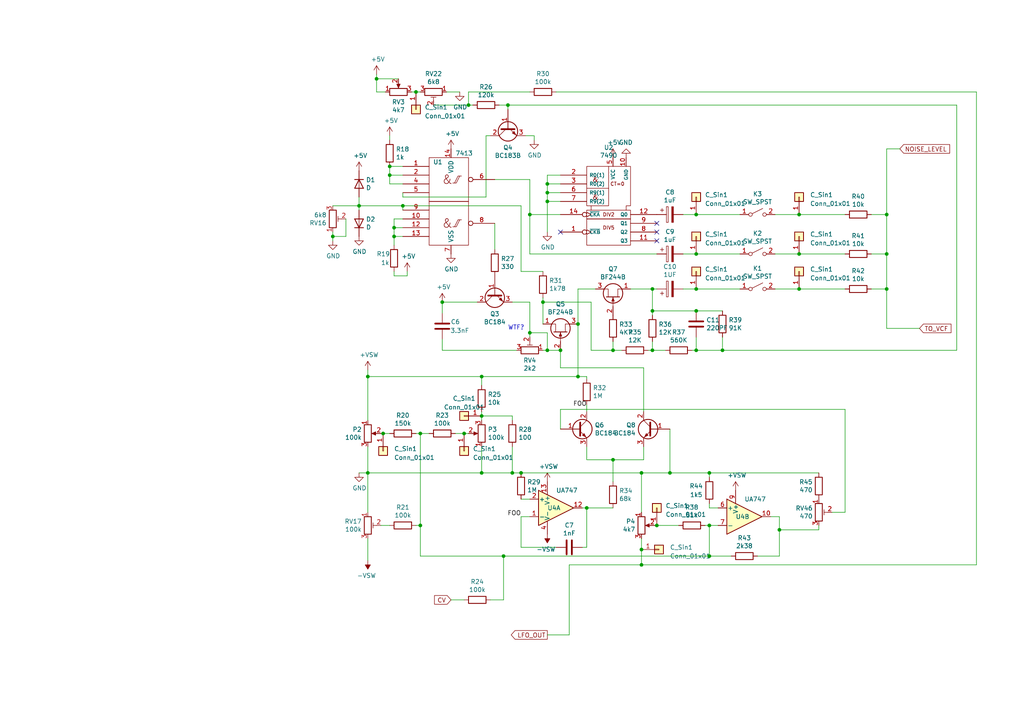
<source format=kicad_sch>
(kicad_sch (version 20230121) (generator eeschema)
  (paper "A4")
  (lib_symbols
    (symbol "Connector_Generic:Conn_01x01" (pin_names (offset 1.016) hide)
      (property "Reference" "J" (at 0 2.54 0))
      (property "Value" "Conn_01x01" (at 0 -2.54 0))
      (symbol "Conn_01x01_1_1"
        (rectangle (start -1.27 0.127) (end 0 -0.127) (stroke (width 0.1524)))
        (rectangle (start -1.27 1.27) (end 1.27 -1.27) (stroke (width 0.254)) (fill (type background)))
        (pin passive line (at -5.08 0 0) (length 3.81) (name "Pin_1") (number "1"))
      )
    )
    (symbol "Device:C" (pin_numbers hide) (pin_names (offset 0.254))
      (property "Reference" "C" (at 0.635 2.54 0))
      (property "Value" "C" (at 0.635 -2.54 0))
      (symbol "C_0_1"
        (polyline (pts (xy -2.032 -0.762) (xy 2.032 -0.762)) (stroke (width 0.508)))
        (polyline (pts (xy -2.032 0.762) (xy 2.032 0.762)) (stroke (width 0.508)))
      )
      (symbol "C_1_1"
        (pin passive line (at 0 3.81 270) (length 2.794) (name "~") (number "1"))
        (pin passive line (at 0 -3.81 90) (length 2.794) (name "~") (number "2"))
      )
    )
    (symbol "Device:D" (pin_numbers hide) (pin_names (offset 1.016) hide)
      (property "Reference" "D" (at 0 2.54 0))
      (property "Value" "D" (at 0 -2.54 0))
      (symbol "D_0_1"
        (polyline (pts (xy -1.27 1.27) (xy -1.27 -1.27)) (stroke (width 0.254)))
        (polyline (pts (xy 1.27 0) (xy -1.27 0)))
        (polyline (pts (xy 1.27 1.27) (xy 1.27 -1.27) (xy -1.27 0) (xy 1.27 1.27)) (stroke (width 0.254)))
      )
      (symbol "D_1_1"
        (pin passive line (at -3.81 0 0) (length 2.54) (name "K") (number "1"))
        (pin passive line (at 3.81 0 180) (length 2.54) (name "A") (number "2"))
      )
    )
    (symbol "Device:Q_NPN_BCE" (pin_names (offset 0) hide)
      (property "Reference" "Q" (at 5.08 1.27 0))
      (property "Value" "Q_NPN_BCE" (at 5.08 -1.27 0))
      (symbol "Q_NPN_BCE_0_1"
        (polyline (pts (xy 0.635 0.635) (xy 2.54 2.54)))
        (polyline (pts (xy 0.635 -0.635) (xy 2.54 -2.54) (xy 2.54 -2.54)))
        (polyline (pts (xy 0.635 1.905) (xy 0.635 -1.905) (xy 0.635 -1.905)) (stroke (width 0.508)))
        (polyline (pts (xy 1.27 -1.778) (xy 1.778 -1.27) (xy 2.286 -2.286) (xy 1.27 -1.778) (xy 1.27 -1.778)) (fill (type outline)))
        (circle (center 1.27 0) (radius 2.8194) (stroke (width 0.254)))
      )
      (symbol "Q_NPN_BCE_1_1"
        (pin input line (at -5.08 0 0) (length 5.715) (name "B") (number "1"))
        (pin passive line (at 2.54 5.08 270) (length 2.54) (name "C") (number "2"))
        (pin passive line (at 2.54 -5.08 90) (length 2.54) (name "E") (number "3"))
      )
    )
    (symbol "Device:R" (pin_numbers hide) (pin_names (offset 0))
      (property "Reference" "R" (at 2.032 0 90))
      (property "Value" "R" (at 0 0 90))
      (symbol "R_0_1"
        (rectangle (start -1.016 -2.54) (end 1.016 2.54) (stroke (width 0.254)))
      )
      (symbol "R_1_1"
        (pin passive line (at 0 3.81 270) (length 1.27) (name "~") (number "1"))
        (pin passive line (at 0 -3.81 90) (length 1.27) (name "~") (number "2"))
      )
    )
    (symbol "Switch:SW_SPST" (pin_names (offset 0) hide)
      (property "Reference" "SW" (at 0 3.175 0))
      (property "Value" "SW_SPST" (at 0 -2.54 0))
      (symbol "SW_SPST_0_0"
        (circle (center -2.032 0) (radius 0.508))
        (polyline (pts (xy -1.524 0.254) (xy 1.524 1.778)))
        (circle (center 2.032 0) (radius 0.508))
      )
      (symbol "SW_SPST_1_1"
        (pin passive line (at -5.08 0 0) (length 2.54) (name "A") (number "1"))
        (pin passive line (at 5.08 0 180) (length 2.54) (name "B") (number "2"))
      )
    )
    (symbol "Transistor_FET:BF244B" (pin_names hide)
      (property "Reference" "Q" (at 5.08 1.905 0))
      (property "Value" "BF244B" (at 5.08 0 0))
      (symbol "BF244B_0_1"
        (polyline (pts (xy 0.254 0) (xy -2.54 0)))
        (polyline (pts (xy 0.254 1.905) (xy 0.254 -1.905)) (stroke (width 0.254)))
        (polyline (pts (xy 2.54 -2.54) (xy 2.54 -1.397) (xy 0.254 -1.397)))
        (polyline (pts (xy 2.54 2.54) (xy 2.54 1.397) (xy 0.254 1.397)))
        (polyline (pts (xy 0 0) (xy -1.016 0.381) (xy -1.016 -0.381) (xy 0 0)) (fill (type outline)))
        (circle (center 1.27 0) (radius 2.8194) (stroke (width 0.254)))
      )
      (symbol "BF244B_1_1"
        (pin passive line (at 2.54 5.08 270) (length 2.54) (name "D") (number "1"))
        (pin input line (at -5.08 0 0) (length 2.54) (name "G") (number "2"))
        (pin passive line (at 2.54 -5.08 90) (length 2.54) (name "S") (number "3"))
      )
    )
    (symbol "janel-panel-minimoog-rescue:CP-Device" (pin_numbers hide) (pin_names (offset 0.254))
      (property "Reference" "C" (at 0.635 2.54 0))
      (property "Value" "Device_CP" (at 0.635 -2.54 0))
      (symbol "CP-Device_0_1"
        (rectangle (start -2.286 0.508) (end 2.286 1.016))
        (polyline (pts (xy -1.778 2.286) (xy -0.762 2.286)))
        (polyline (pts (xy -1.27 2.794) (xy -1.27 1.778)))
        (rectangle (start 2.286 -0.508) (end -2.286 -1.016) (fill (type outline)))
      )
      (symbol "CP-Device_1_1"
        (pin passive line (at 0 3.81 270) (length 2.794) (name "~") (number "1"))
        (pin passive line (at 0 -3.81 90) (length 2.794) (name "~") (number "2"))
      )
    )
    (symbol "janel-panel-minimoog-rescue:R_POT-Device" (pin_names (offset 1.016) hide)
      (property "Reference" "RV" (at -4.445 0 90))
      (property "Value" "Device_R_POT" (at -2.54 0 90))
      (symbol "R_POT-Device_0_1"
        (polyline (pts (xy 2.54 0) (xy 1.524 0)))
        (polyline (pts (xy 1.143 0) (xy 2.286 0.508) (xy 2.286 -0.508) (xy 1.143 0)) (fill (type outline)))
        (rectangle (start 1.016 2.54) (end -1.016 -2.54) (stroke (width 0.254)))
      )
      (symbol "R_POT-Device_1_1"
        (pin passive line (at 0 3.81 270) (length 1.27) (name "1") (number "1"))
        (pin passive line (at 3.81 0 180) (length 1.27) (name "2") (number "2"))
        (pin passive line (at 0 -3.81 90) (length 1.27) (name "3") (number "3"))
      )
    )
    (symbol "janel-panel-minimoog-rescue:R_POT_TRIM-Device" (pin_names (offset 1.016) hide)
      (property "Reference" "RV" (at -4.445 0 90))
      (property "Value" "Device_R_POT_TRIM" (at -2.54 0 90))
      (symbol "R_POT_TRIM-Device_0_1"
        (polyline (pts (xy 1.524 0.762) (xy 1.524 -0.762)))
        (polyline (pts (xy 2.54 0) (xy 1.524 0)))
        (rectangle (start 1.016 2.54) (end -1.016 -2.54) (stroke (width 0.254)))
      )
      (symbol "R_POT_TRIM-Device_1_1"
        (pin passive line (at 0 3.81 270) (length 1.27) (name "1") (number "1"))
        (pin passive line (at 3.81 0 180) (length 1.27) (name "2") (number "2"))
        (pin passive line (at 0 -3.81 90) (length 1.27) (name "3") (number "3"))
      )
    )
    (symbol "janel-panel-minimoog-rescue:UA747-Amplifier_Operational" (pin_names (offset 0.127))
      (property "Reference" "U" (at 0 6.35 0))
      (property "Value" "UA747-Amplifier_Operational" (at 0 3.81 0))
      (symbol "UA747-Amplifier_Operational_0_1"
        (polyline (pts (xy -5.08 5.08) (xy 5.08 0) (xy -5.08 -5.08) (xy -5.08 5.08)) (stroke (width 0.254)) (fill (type background)))
      )
      (symbol "UA747-Amplifier_Operational_1_1"
        (pin input line (at -7.62 -2.54 0) (length 2.54) (name "-") (number "1"))
        (pin output line (at 7.62 0 180) (length 2.54) (name "~") (number "12"))
        (pin power_in line (at -2.54 7.62 270) (length 3.81) (name "V+") (number "13"))
        (pin no_connect line (at 2.54 -7.62 90) (length 6.35) hide (name "Offset_1N1") (number "14"))
        (pin input line (at -7.62 2.54 0) (length 2.54) (name "+") (number "2"))
        (pin no_connect line (at 0 -7.62 90) (length 5.08) hide (name "Offset_1N2") (number "3"))
        (pin power_in line (at -2.54 -7.62 90) (length 3.81) (name "V-") (number "4"))
      )
      (symbol "UA747-Amplifier_Operational_2_1"
        (pin output line (at 7.62 0 180) (length 2.54) (name "~") (number "10"))
        (pin no_connect line (at -2.54 -7.62 90) (length 3.81) hide (name "NC") (number "11"))
        (pin no_connect line (at 0 -7.62 90) (length 5.08) hide (name "Offset_2N2") (number "5"))
        (pin input line (at -7.62 2.54 0) (length 2.54) (name "+") (number "6"))
        (pin input line (at -7.62 -2.54 0) (length 2.54) (name "-") (number "7"))
        (pin no_connect line (at 2.54 -7.62 90) (length 6.35) hide (name "Offset_2N1") (number "8"))
        (pin power_in line (at -2.54 7.62 270) (length 3.81) (name "V+") (number "9"))
      )
    )
    (symbol "janel-panel:7413" (pin_names (offset 0.762))
      (property "Reference" "U" (at 3.81 7.62 0))
      (property "Value" "7413" (at 2.54 -5.08 0))
      (symbol "7413_0_0"
        (polyline (pts (xy 0.508 -1.016) (xy 1.524 -1.016) (xy 2.54 1.016) (xy 3.048 1.016) (xy 2.032 1.016) (xy 1.016 -1.016) (xy 1.016 -1.016)))
        (text "&" (at -1.016 0 0) (effects (font (size 2.54 2.54))))
        (pin power_in line (at 0 8.89 270) (length 2.54) (name "VDD") (number "14"))
      )
      (symbol "7413_0_1"
        (rectangle (start -6.35 6.35) (end 5.08 -6.35))
      )
      (symbol "7413_1_1"
        (rectangle (start -6.35 -6.35) (end 5.08 -19.05))
        (polyline (pts (xy 0.508 -13.716) (xy 1.524 -13.716) (xy 2.54 -11.684) (xy 3.048 -11.684) (xy 2.032 -11.684) (xy 1.016 -13.716) (xy 1.016 -13.716)))
        (text "&" (at -1.016 -12.7 0) (effects (font (size 2.54 2.54))))
        (pin input line (at -13.97 3.81 0) (length 7.62) (name "~") (number "1"))
        (pin input line (at -13.97 -11.43 0) (length 7.62) (name "~") (number "10"))
        (pin input line (at -13.97 -13.97 0) (length 7.62) (name "~") (number "12"))
        (pin input line (at -13.97 -16.51 0) (length 7.62) (name "~") (number "13"))
        (pin input line (at -13.97 1.27 0) (length 7.62) (name "~") (number "2"))
        (pin input line (at -13.97 -1.27 0) (length 7.62) (name "~") (number "4"))
        (pin input line (at -13.97 -3.81 0) (length 7.62) (name "~") (number "5"))
        (pin output inverted (at 12.7 0 180) (length 7.62) (name "~") (number "6"))
        (pin power_in line (at 0 -21.59 90) (length 2.54) (name "VSS") (number "7"))
        (pin output inverted (at 12.7 -12.7 180) (length 7.62) (name "~") (number "8"))
        (pin input line (at -13.97 -8.89 0) (length 7.62) (name "~") (number "9"))
      )
    )
    (symbol "janel-panel:7490" (pin_names (offset 0.762))
      (property "Reference" "U" (at 8.89 15.24 0))
      (property "Value" "7490" (at 5.08 -2.54 0))
      (symbol "7490_0_0"
        (rectangle (start -6.35 6.35) (end 6.35 -1.27))
        (rectangle (start -6.35 8.89) (end 6.35 6.35))
        (polyline (pts (xy 0 15.24) (xy -6.35 15.24) (xy -6.35 15.24)))
        (polyline (pts (xy 0 21.59) (xy 0 15.24) (xy 0 15.24)))
        (polyline (pts (xy 0 15.24) (xy 0 10.16) (xy -5.08 10.16) (xy -5.08 10.16)))
        (polyline (pts (xy -5.08 8.89) (xy -5.08 10.16) (xy -6.35 10.16) (xy -6.35 21.59) (xy 6.35 21.59) (xy 6.35 10.16) (xy 5.08 10.16) (xy 5.08 8.89) (xy 5.08 8.89)))
        (text "&" (at -3.81 12.7 0) (effects (font (size 1.524 1.524))))
        (text "&" (at -3.81 17.78 0) (effects (font (size 1.524 1.524))))
        (text "CT=0" (at 2.54 16.51 0) (effects (font (size 1.016 1.016))))
        (text "DIV2" (at 0 7.62 0) (effects (font (size 1.016 1.016))))
        (text "DIV5" (at 0 3.81 0) (effects (font (size 1.016 1.016))))
        (pin input line (at 5.08 24.13 270) (length 2.54) (name "GND") (number "10"))
        (pin power_in line (at 1.27 24.13 270) (length 2.54) (name "VCC") (number "5"))
      )
      (symbol "7490_1_1"
        (pin input inverted_clock (at -13.97 2.54 0) (length 7.62) (name "~{CKB}") (number "1"))
        (pin output line (at 13.97 0 180) (length 7.62) (name "Q3") (number "11"))
        (pin output line (at 13.97 7.62 180) (length 7.62) (name "Q0") (number "12"))
        (pin input inverted_clock (at -13.97 7.62 0) (length 7.62) (name "~{CKA}") (number "14"))
        (pin input line (at -13.97 19.05 0) (length 7.62) (name "R0(1)") (number "2"))
        (pin input line (at -13.97 16.51 0) (length 7.62) (name "R0(2)") (number "3"))
        (pin input line (at -13.97 13.97 0) (length 7.62) (name "R9(1)") (number "6"))
        (pin input line (at -13.97 11.43 0) (length 7.62) (name "R9(2)") (number "7"))
        (pin output line (at 13.97 2.54 180) (length 7.62) (name "Q2") (number "8"))
        (pin output line (at 13.97 5.08 180) (length 7.62) (name "Q1") (number "9"))
      )
    )
    (symbol "power:+5V" (power) (pin_names (offset 0))
      (property "Value" "+5V" (at 0 3.556 0))
      (symbol "+5V_0_1"
        (polyline (pts (xy -0.762 1.27) (xy 0 2.54)))
        (polyline (pts (xy 0 0) (xy 0 2.54)))
        (polyline (pts (xy 0 2.54) (xy 0.762 1.27)))
      )
      (symbol "+5V_1_1"
        (pin power_in line (at 0 0 90) (length 0) hide (name "+5V") (number "1"))
      )
    )
    (symbol "power:+VSW" (power) (pin_names (offset 0))
      (property "Value" "+VSW" (at 0 3.556 0))
      (symbol "+VSW_0_1"
        (polyline (pts (xy -0.762 1.27) (xy 0 2.54)))
        (polyline (pts (xy 0 0) (xy 0 2.54)))
        (polyline (pts (xy 0 2.54) (xy 0.762 1.27)))
      )
      (symbol "+VSW_1_1"
        (pin power_in line (at 0 0 90) (length 0) hide (name "+VSW") (number "1"))
      )
    )
    (symbol "power:-VSW" (power) (pin_names (offset 0))
      (property "Value" "-VSW" (at 0 3.81 0))
      (symbol "-VSW_0_0"
        (pin power_in line (at 0 0 90) (length 0) hide (name "-VSW") (number "1"))
      )
      (symbol "-VSW_0_1"
        (polyline (pts (xy 0 0) (xy 0 1.27) (xy 0.762 1.27) (xy 0 2.54) (xy -0.762 1.27) (xy 0 1.27)) (fill (type outline)))
      )
    )
    (symbol "power:GND" (power) (pin_names (offset 0))
      (property "Value" "GND" (at 0 -3.81 0))
      (symbol "GND_0_1"
        (polyline (pts (xy 0 0) (xy 0 -1.27) (xy 1.27 -1.27) (xy 0 -2.54) (xy -1.27 -1.27) (xy 0 -1.27)))
      )
      (symbol "GND_1_1"
        (pin power_in line (at 0 0 270) (length 0) hide (name "GND") (number "1"))
      )
    )
  )
  (junction (at 201.93 83.82))
  (junction (at 139.7 137.16))
  (junction (at 114.3 66.04))
  (junction (at 205.74 152.4))
  (junction (at 121.92 125.73))
  (junction (at 201.93 90.17))
  (junction (at 116.84 59.69))
  (junction (at 114.3 68.58))
  (junction (at 186.055 163.83))
  (junction (at 109.22 22.86))
  (junction (at 121.92 152.4))
  (junction (at 189.23 90.17))
  (junction (at 177.8 101.6))
  (junction (at 158.75 55.88))
  (junction (at 153.67 96.52))
  (junction (at 113.03 50.8))
  (junction (at 106.68 109.22))
  (junction (at 205.74 161.29))
  (junction (at 257.175 83.82))
  (junction (at 139.7 109.22))
  (junction (at 231.775 83.82))
  (junction (at 257.175 73.66))
  (junction (at 189.23 83.82))
  (junction (at 201.93 73.66))
  (junction (at 146.05 161.29))
  (junction (at 177.8 133.35))
  (junction (at 148.59 137.16))
  (junction (at 139.7 120.65))
  (junction (at 162.56 101.6))
  (junction (at 158.75 101.6))
  (junction (at 205.74 137.16))
  (junction (at 158.75 53.34))
  (junction (at 151.13 137.16))
  (junction (at 186.055 159.385))
  (junction (at 113.03 48.26))
  (junction (at 96.52 68.58))
  (junction (at 167.64 93.98))
  (junction (at 120.65 26.67))
  (junction (at 170.18 147.32))
  (junction (at 147.32 30.48))
  (junction (at 167.64 109.22))
  (junction (at 201.93 101.6))
  (junction (at 128.27 87.63))
  (junction (at 190.5 152.4))
  (junction (at 226.06 153.67))
  (junction (at 201.93 62.23))
  (junction (at 157.48 87.63))
  (junction (at 209.55 101.6))
  (junction (at 231.775 62.23))
  (junction (at 194.31 137.16))
  (junction (at 106.68 137.16))
  (junction (at 134.62 125.73))
  (junction (at 153.67 62.23))
  (junction (at 189.23 101.6))
  (junction (at 111.125 125.73))
  (junction (at 257.175 62.23))
  (junction (at 104.14 59.69))
  (junction (at 231.775 73.66))
  (junction (at 158.75 58.42))
  (junction (at 186.055 137.16))
  (junction (at 135.89 30.48))
  (no_connect (at 190.5 64.77))
  (no_connect (at 190.5 69.85))
  (no_connect (at 162.56 67.31))
  (no_connect (at 190.5 67.31))
  (wire (pts (xy 153.67 52.07) (xy 153.67 62.23)))
  (wire (pts (xy 177.8 147.32) (xy 170.18 147.32)))
  (wire (pts (xy 189.23 101.6) (xy 187.96 101.6)))
  (wire (pts (xy 138.43 87.63) (xy 128.27 87.63)))
  (wire (pts (xy 226.06 153.67) (xy 226.06 161.29)))
  (wire (pts (xy 171.45 101.6) (xy 171.45 87.63)))
  (wire (pts (xy 121.92 26.67) (xy 120.65 26.67)))
  (wire (pts (xy 135.89 125.73) (xy 134.62 125.73)))
  (wire (pts (xy 110.49 125.73) (xy 111.125 125.73)))
  (wire (pts (xy 148.59 129.54) (xy 148.59 137.16)))
  (wire (pts (xy 118.11 80.01) (xy 114.3 80.01)))
  (wire (pts (xy 137.16 30.48) (xy 135.89 30.48)))
  (wire (pts (xy 134.62 173.99) (xy 130.81 173.99)))
  (wire (pts (xy 96.52 69.85) (xy 96.52 68.58)))
  (wire (pts (xy 226.06 153.67) (xy 226.06 149.86)))
  (wire (pts (xy 128.27 90.805) (xy 128.27 87.63)))
  (wire (pts (xy 205.74 138.43) (xy 205.74 137.16)))
  (wire (pts (xy 135.89 26.67) (xy 135.89 30.48)))
  (wire (pts (xy 162.56 118.745) (xy 245.11 118.745)))
  (wire (pts (xy 139.7 109.22) (xy 167.64 109.22)))
  (wire (pts (xy 114.3 68.58) (xy 114.3 66.04)))
  (wire (pts (xy 128.27 101.6) (xy 149.86 101.6)))
  (wire (pts (xy 231.775 73.66) (xy 224.79 73.66)))
  (wire (pts (xy 142.24 173.99) (xy 146.05 173.99)))
  (wire (pts (xy 133.35 26.67) (xy 129.54 26.67)))
  (wire (pts (xy 209.55 97.79) (xy 209.55 101.6)))
  (wire (pts (xy 116.84 50.8) (xy 113.03 50.8)))
  (wire (pts (xy 189.23 99.06) (xy 189.23 101.6)))
  (wire (pts (xy 260.985 43.18) (xy 257.175 43.18)))
  (wire (pts (xy 167.64 83.82) (xy 167.64 93.98)))
  (wire (pts (xy 194.31 124.46) (xy 194.31 137.16)))
  (wire (pts (xy 148.59 137.16) (xy 151.13 137.16)))
  (wire (pts (xy 153.67 62.23) (xy 162.56 62.23)))
  (wire (pts (xy 121.92 152.4) (xy 121.92 125.73)))
  (wire (pts (xy 231.775 83.82) (xy 224.79 83.82)))
  (wire (pts (xy 170.18 117.475) (xy 170.18 119.38)))
  (wire (pts (xy 241.3 148.59) (xy 245.11 148.59)))
  (wire (pts (xy 151.13 149.86) (xy 153.67 149.86)))
  (wire (pts (xy 134.62 125.73) (xy 132.08 125.73)))
  (wire (pts (xy 177.8 101.6) (xy 171.45 101.6)))
  (wire (pts (xy 106.68 156.21) (xy 106.68 162.56)))
  (wire (pts (xy 116.84 59.69) (xy 151.13 59.69)))
  (wire (pts (xy 170.18 109.22) (xy 167.64 109.22)))
  (wire (pts (xy 186.055 163.83) (xy 165.1 163.83)))
  (wire (pts (xy 257.175 83.82) (xy 257.175 95.25)))
  (wire (pts (xy 111.125 125.73) (xy 113.03 125.73)))
  (wire (pts (xy 205.74 161.29) (xy 205.74 152.4)))
  (wire (pts (xy 120.65 152.4) (xy 121.92 152.4)))
  (wire (pts (xy 113.03 53.34) (xy 113.03 50.8)))
  (wire (pts (xy 177.8 99.06) (xy 177.8 101.6)))
  (wire (pts (xy 205.74 147.32) (xy 208.28 147.32)))
  (wire (pts (xy 116.84 66.04) (xy 114.3 66.04)))
  (wire (pts (xy 245.11 62.23) (xy 231.775 62.23)))
  (wire (pts (xy 162.56 53.34) (xy 158.75 53.34)))
  (wire (pts (xy 186.055 159.385) (xy 186.055 163.83)))
  (wire (pts (xy 193.04 101.6) (xy 189.23 101.6)))
  (wire (pts (xy 154.94 40.64) (xy 154.94 39.37)))
  (wire (pts (xy 189.23 90.17) (xy 189.23 83.82)))
  (wire (pts (xy 162.56 118.745) (xy 162.56 124.46)))
  (wire (pts (xy 245.11 83.82) (xy 231.775 83.82)))
  (wire (pts (xy 116.84 57.15) (xy 140.97 57.15)))
  (wire (pts (xy 161.29 26.67) (xy 283.21 26.67)))
  (wire (pts (xy 106.68 109.22) (xy 106.68 121.92)))
  (wire (pts (xy 157.48 101.6) (xy 158.75 101.6)))
  (wire (pts (xy 257.175 73.66) (xy 257.175 62.23)))
  (wire (pts (xy 245.11 73.66) (xy 231.775 73.66)))
  (wire (pts (xy 116.84 60.96) (xy 116.84 59.69)))
  (wire (pts (xy 201.93 90.17) (xy 189.23 90.17)))
  (wire (pts (xy 226.06 153.67) (xy 237.49 153.67)))
  (wire (pts (xy 214.63 62.23) (xy 201.93 62.23)))
  (wire (pts (xy 231.775 62.23) (xy 224.79 62.23)))
  (wire (pts (xy 109.22 21.59) (xy 109.22 22.86)))
  (wire (pts (xy 115.57 22.86) (xy 109.22 22.86)))
  (wire (pts (xy 120.65 26.67) (xy 119.38 26.67)))
  (wire (pts (xy 139.7 119.38) (xy 139.7 120.65)))
  (wire (pts (xy 153.67 96.52) (xy 153.67 97.79)))
  (wire (pts (xy 96.52 59.69) (xy 104.14 59.69)))
  (wire (pts (xy 201.93 101.6) (xy 200.66 101.6)))
  (wire (pts (xy 146.05 161.29) (xy 205.74 161.29)))
  (wire (pts (xy 116.84 55.88) (xy 116.84 57.15)))
  (wire (pts (xy 237.49 152.4) (xy 237.49 153.67)))
  (wire (pts (xy 146.05 173.99) (xy 146.05 161.29)))
  (wire (pts (xy 170.18 109.22) (xy 170.18 109.855)))
  (wire (pts (xy 186.69 119.38) (xy 186.69 106.68)))
  (wire (pts (xy 151.13 59.69) (xy 151.13 78.74)))
  (wire (pts (xy 245.11 148.59) (xy 245.11 118.745)))
  (wire (pts (xy 148.59 121.92) (xy 148.59 120.65)))
  (wire (pts (xy 96.52 68.58) (xy 100.33 68.58)))
  (wire (pts (xy 186.69 133.35) (xy 177.8 133.35)))
  (wire (pts (xy 143.51 72.39) (xy 143.51 64.77)))
  (wire (pts (xy 257.175 95.25) (xy 266.7 95.25)))
  (wire (pts (xy 162.56 58.42) (xy 158.75 58.42)))
  (wire (pts (xy 165.1 163.83) (xy 165.1 184.15)))
  (wire (pts (xy 109.22 22.86) (xy 109.22 26.67)))
  (wire (pts (xy 118.11 78.74) (xy 118.11 80.01)))
  (wire (pts (xy 113.03 48.26) (xy 116.84 48.26)))
  (wire (pts (xy 128.27 98.425) (xy 128.27 101.6)))
  (wire (pts (xy 201.93 97.79) (xy 201.93 101.6)))
  (wire (pts (xy 186.055 156.21) (xy 186.055 159.385)))
  (wire (pts (xy 139.7 109.22) (xy 139.7 111.76)))
  (wire (pts (xy 158.75 50.8) (xy 162.56 50.8)))
  (wire (pts (xy 214.63 73.66) (xy 201.93 73.66)))
  (wire (pts (xy 151.13 78.74) (xy 157.48 78.74)))
  (wire (pts (xy 124.46 125.73) (xy 121.92 125.73)))
  (wire (pts (xy 139.7 137.16) (xy 148.59 137.16)))
  (wire (pts (xy 153.67 73.66) (xy 153.67 62.23)))
  (wire (pts (xy 190.5 73.66) (xy 153.67 73.66)))
  (wire (pts (xy 116.84 68.58) (xy 114.3 68.58)))
  (wire (pts (xy 106.68 109.22) (xy 139.7 109.22)))
  (wire (pts (xy 190.5 152.4) (xy 196.85 152.4)))
  (wire (pts (xy 153.67 87.63) (xy 153.67 96.52)))
  (wire (pts (xy 205.74 146.05) (xy 205.74 147.32)))
  (wire (pts (xy 257.175 83.82) (xy 252.73 83.82)))
  (wire (pts (xy 114.3 63.5) (xy 116.84 63.5)))
  (wire (pts (xy 157.48 93.98) (xy 157.48 87.63)))
  (wire (pts (xy 186.055 137.16) (xy 194.31 137.16)))
  (wire (pts (xy 170.18 147.32) (xy 168.91 147.32)))
  (wire (pts (xy 135.89 30.48) (xy 125.73 30.48)))
  (wire (pts (xy 153.67 26.67) (xy 135.89 26.67)))
  (wire (pts (xy 170.18 147.32) (xy 170.18 158.75)))
  (wire (pts (xy 157.48 87.63) (xy 157.48 86.36)))
  (wire (pts (xy 104.14 137.16) (xy 106.68 137.16)))
  (wire (pts (xy 140.97 39.37) (xy 142.24 39.37)))
  (wire (pts (xy 151.13 144.78) (xy 153.67 144.78)))
  (wire (pts (xy 201.93 62.23) (xy 198.12 62.23)))
  (wire (pts (xy 148.59 120.65) (xy 139.7 120.65)))
  (wire (pts (xy 214.63 83.82) (xy 201.93 83.82)))
  (wire (pts (xy 144.78 30.48) (xy 147.32 30.48)))
  (wire (pts (xy 100.33 68.58) (xy 100.33 63.5)))
  (wire (pts (xy 170.18 133.35) (xy 170.18 129.54)))
  (wire (pts (xy 186.055 137.16) (xy 186.055 148.59)))
  (wire (pts (xy 257.175 43.18) (xy 257.175 62.23)))
  (wire (pts (xy 106.68 137.16) (xy 139.7 137.16)))
  (wire (pts (xy 121.92 125.73) (xy 120.65 125.73)))
  (wire (pts (xy 158.75 101.6) (xy 162.56 101.6)))
  (wire (pts (xy 209.55 90.17) (xy 201.93 90.17)))
  (wire (pts (xy 257.175 62.23) (xy 252.73 62.23)))
  (wire (pts (xy 121.92 161.29) (xy 146.05 161.29)))
  (wire (pts (xy 106.68 148.59) (xy 106.68 137.16)))
  (wire (pts (xy 147.32 30.48) (xy 277.495 30.48)))
  (wire (pts (xy 277.495 101.6) (xy 209.55 101.6)))
  (wire (pts (xy 201.93 73.66) (xy 198.12 73.66)))
  (wire (pts (xy 257.175 73.66) (xy 257.175 83.82)))
  (wire (pts (xy 158.75 67.31) (xy 158.75 58.42)))
  (wire (pts (xy 106.68 107.315) (xy 106.68 109.22)))
  (wire (pts (xy 147.32 30.48) (xy 147.32 31.75)))
  (wire (pts (xy 189.23 91.44) (xy 189.23 90.17)))
  (wire (pts (xy 171.45 87.63) (xy 157.48 87.63)))
  (wire (pts (xy 153.67 96.52) (xy 158.75 96.52)))
  (wire (pts (xy 189.865 152.4) (xy 190.5 152.4)))
  (wire (pts (xy 110.49 152.4) (xy 113.03 152.4)))
  (wire (pts (xy 158.75 96.52) (xy 158.75 101.6)))
  (wire (pts (xy 189.23 83.82) (xy 190.5 83.82)))
  (wire (pts (xy 170.18 158.75) (xy 168.91 158.75)))
  (wire (pts (xy 154.94 39.37) (xy 152.4 39.37)))
  (wire (pts (xy 148.59 87.63) (xy 153.67 87.63)))
  (wire (pts (xy 113.03 40.64) (xy 113.03 39.37)))
  (wire (pts (xy 165.1 184.15) (xy 158.75 184.15)))
  (wire (pts (xy 167.64 93.98) (xy 167.64 109.22)))
  (wire (pts (xy 186.69 129.54) (xy 186.69 133.35)))
  (wire (pts (xy 121.92 152.4) (xy 121.92 161.29)))
  (wire (pts (xy 277.495 30.48) (xy 277.495 101.6)))
  (wire (pts (xy 201.93 83.82) (xy 198.12 83.82)))
  (wire (pts (xy 114.3 71.12) (xy 114.3 68.58)))
  (wire (pts (xy 113.03 50.8) (xy 113.03 48.26)))
  (wire (pts (xy 139.7 129.54) (xy 139.7 137.16)))
  (wire (pts (xy 257.175 73.66) (xy 252.73 73.66)))
  (wire (pts (xy 194.31 137.16) (xy 205.74 137.16)))
  (wire (pts (xy 143.51 52.07) (xy 153.67 52.07)))
  (wire (pts (xy 204.47 152.4) (xy 205.74 152.4)))
  (wire (pts (xy 172.72 83.82) (xy 167.64 83.82)))
  (wire (pts (xy 139.7 120.65) (xy 139.7 121.92)))
  (wire (pts (xy 158.75 55.88) (xy 158.75 53.34)))
  (wire (pts (xy 114.3 66.04) (xy 114.3 63.5)))
  (wire (pts (xy 114.3 80.01) (xy 114.3 78.74)))
  (wire (pts (xy 104.14 60.96) (xy 104.14 59.69)))
  (wire (pts (xy 205.74 152.4) (xy 208.28 152.4)))
  (wire (pts (xy 162.56 55.88) (xy 158.75 55.88)))
  (wire (pts (xy 162.56 106.68) (xy 162.56 101.6)))
  (wire (pts (xy 104.14 59.69) (xy 116.84 59.69)))
  (wire (pts (xy 151.13 137.16) (xy 186.055 137.16)))
  (wire (pts (xy 186.69 106.68) (xy 162.56 106.68)))
  (wire (pts (xy 158.75 53.34) (xy 158.75 50.8)))
  (wire (pts (xy 177.8 139.7) (xy 177.8 133.35)))
  (wire (pts (xy 116.84 53.34) (xy 113.03 53.34)))
  (wire (pts (xy 161.29 158.75) (xy 151.13 158.75)))
  (wire (pts (xy 106.68 129.54) (xy 106.68 137.16)))
  (wire (pts (xy 140.97 39.37) (xy 140.97 57.15)))
  (wire (pts (xy 186.055 163.83) (xy 283.21 163.83)))
  (wire (pts (xy 209.55 101.6) (xy 201.93 101.6)))
  (wire (pts (xy 151.13 158.75) (xy 151.13 149.86)))
  (wire (pts (xy 158.75 58.42) (xy 158.75 55.88)))
  (wire (pts (xy 177.8 133.35) (xy 170.18 133.35)))
  (wire (pts (xy 111.76 26.67) (xy 109.22 26.67)))
  (wire (pts (xy 205.74 137.16) (xy 237.49 137.16)))
  (wire (pts (xy 226.06 149.86) (xy 223.52 149.86)))
  (wire (pts (xy 104.14 57.15) (xy 104.14 59.69)))
  (wire (pts (xy 283.21 163.83) (xy 283.21 26.67)))
  (wire (pts (xy 212.09 161.29) (xy 205.74 161.29)))
  (wire (pts (xy 180.34 101.6) (xy 177.8 101.6)))
  (wire (pts (xy 182.88 83.82) (xy 189.23 83.82)))
  (wire (pts (xy 96.52 68.58) (xy 96.52 67.31)))
  (wire (pts (xy 226.06 161.29) (xy 219.71 161.29)))
  (text "WTF?" (at 147.32 95.885 0) (effects (font (size 1.27 1.27)) (justify left bottom)))
  (label "FOO" (at 170.18 118.11 180))
  (label "FOO" (at 151.13 149.86 180))
  (global_label "LFO_OUT" (shape output) (at 158.75 184.15 180) (property "Intersheetrefs" "${INTERSHEET_REFS}" (effects hide)))
  (global_label "CV" (shape input) (at 130.81 173.99 180) (property "Intersheetrefs" "${INTERSHEET_REFS}" (effects hide)))
  (global_label "TO_VCF" (shape input) (at 266.7 95.25 0) (property "Intersheetrefs" "${INTERSHEET_REFS}" (effects hide)))
  (global_label "NOISE_LEVEL" (shape input) (at 260.985 43.18 0) (property "Intersheetrefs" "${INTERSHEET_REFS}" (effects hide)))
  (symbol (lib_id "janel-panel-minimoog-rescue:R_POT-Device") (at 115.57 26.67 90) (unit 1) (on_board no)
    (property "Reference" "RV3" (at 115.57 29.591 90))
    (property "Value" "4k7" (at 115.57 31.9024 90))
    (property "Footprint" "Potentiometer_THT:Potentiometer_Bourns_3296W_Vertical" (effects hide))
  )
  (symbol (lib_id "power:+5V") (at 109.22 21.59 0) (unit 1)
    (property "Reference" "#PWR021" (effects hide))
    (property "Value" "+5V" (at 109.601 17.1958 0))
  )
  (symbol (lib_id "janel-panel-minimoog-rescue:R_POT_TRIM-Device") (at 125.73 26.67 270) (unit 1)
    (property "Reference" "RV22" (at 125.73 21.4122 90))
    (property "Value" "6k8" (at 125.73 23.7236 90))
    (property "Footprint" "Potentiometer_THT:Potentiometer_Bourns_3296W_Vertical" (effects hide))
  )
  (symbol (lib_id "power:GND") (at 133.35 26.67 0) (unit 1)
    (property "Reference" "#PWR023" (effects hide))
    (property "Value" "GND" (at 133.477 31.0642 0))
  )
  (symbol (lib_id "Device:R") (at 140.97 30.48 270) (unit 1)
    (property "Reference" "R26" (at 140.97 25.2222 90))
    (property "Value" "120k" (at 140.97 27.5336 90))
    (property "Footprint" "Resistor_THT:R_Axial_DIN0207_L6.3mm_D2.5mm_P15.24mm_Horizontal" (effects hide))
  )
  (symbol (lib_id "Device:R") (at 157.48 26.67 270) (unit 1)
    (property "Reference" "R30" (at 157.48 21.4122 90))
    (property "Value" "100k" (at 157.48 23.7236 90))
    (property "Footprint" "Resistor_THT:R_Axial_DIN0207_L6.3mm_D2.5mm_P15.24mm_Horizontal" (effects hide))
  )
  (symbol (lib_id "janel-panel:7413") (at 130.81 52.07 0) (unit 1)
    (property "Reference" "U1" (at 127 46.99 0))
    (property "Value" "7413" (at 134.62 44.45 0))
    (property "Footprint" "Package_DIP:DIP-14_W7.62mm_Socket_LongPads" (effects hide))
    (instances (project "janel-panel-minimoog" (path "" (reference "U1") (unit 1)) (path "" (reference "U3") (unit 1))))
  )
  (symbol (lib_id "Device:R") (at 113.03 44.45 0) (unit 1)
    (property "Reference" "R18" (at 114.808 43.2816 0) (effects (justify left)))
    (property "Value" "1k" (at 114.808 45.593 0) (effects (justify left)))
    (property "Footprint" "Resistor_THT:R_Axial_DIN0207_L6.3mm_D2.5mm_P15.24mm_Horizontal" (effects hide))
  )
  (symbol (lib_id "Device:R") (at 114.3 74.93 0) (unit 1)
    (property "Reference" "R19" (at 109.22 73.66 0) (effects (justify left)))
    (property "Value" "1k" (at 110.49 76.2 0) (effects (justify left)))
    (property "Footprint" "Resistor_THT:R_Axial_DIN0207_L6.3mm_D2.5mm_P15.24mm_Horizontal" (effects hide))
  )
  (symbol (lib_id "janel-panel:7490") (at 176.53 69.85 0) (unit 1)
    (property "Reference" "U2" (at 176.53 42.7736 0))
    (property "Value" "7490" (at 176.53 45.085 0))
    (property "Footprint" "Package_DIP:DIP-14_W7.62mm_Socket_LongPads" (effects hide))
    (instances (project "janel-panel-minimoog" (path "" (reference "U2") (unit 1)) (path "" (reference "U5") (unit 1))))
  )
  (symbol (lib_id "power:GND") (at 158.75 67.31 0) (unit 1)
    (property "Reference" "#PWR025" (effects hide))
    (property "Value" "GND" (at 158.877 71.7042 0))
  )
  (symbol (lib_id "janel-panel-minimoog-rescue:CP-Device") (at 194.31 62.23 90) (mirror x) (unit 1)
    (property "Reference" "C8" (at 194.31 55.753 90))
    (property "Value" "1uF" (at 194.31 58.0644 90))
    (property "Footprint" "Capacitor_THT:CP_Radial_D6.3mm_P2.50mm" (effects hide))
  )
  (symbol (lib_id "Switch:SW_SPST") (at 219.71 62.23 0) (unit 1) (on_board no)
    (property "Reference" "K3" (at 219.71 56.261 0))
    (property "Value" "SW_SPST" (at 219.71 58.5724 0))
    (property "Footprint" "Connector_PinSocket_2.54mm:PinSocket_1x03_P2.54mm_Vertical" (effects hide))
  )
  (symbol (lib_id "Device:R") (at 248.92 62.23 270) (unit 1)
    (property "Reference" "R40" (at 248.92 56.9722 90))
    (property "Value" "10k" (at 248.92 59.2836 90))
    (property "Footprint" "Resistor_THT:R_Axial_DIN0207_L6.3mm_D2.5mm_P15.24mm_Horizontal" (effects hide))
  )
  (symbol (lib_id "Switch:SW_SPST") (at 219.71 73.66 0) (unit 1) (on_board no)
    (property "Reference" "K2" (at 219.71 67.691 0))
    (property "Value" "SW_SPST" (at 219.71 70.0024 0))
    (property "Footprint" "Connector_PinSocket_2.54mm:PinSocket_1x03_P2.54mm_Vertical" (effects hide))
  )
  (symbol (lib_id "Switch:SW_SPST") (at 219.71 83.82 0) (unit 1) (on_board no)
    (property "Reference" "K1" (at 219.71 77.851 0))
    (property "Value" "SW_SPST" (at 219.71 80.1624 0))
    (property "Footprint" "Connector_PinSocket_2.54mm:PinSocket_1x03_P2.54mm_Vertical" (effects hide))
  )
  (symbol (lib_id "Device:R") (at 248.92 73.66 270) (unit 1)
    (property "Reference" "R41" (at 248.92 68.4022 90))
    (property "Value" "10k" (at 248.92 70.7136 90))
    (property "Footprint" "Resistor_THT:R_Axial_DIN0207_L6.3mm_D2.5mm_P15.24mm_Horizontal" (effects hide))
  )
  (symbol (lib_id "Device:R") (at 248.92 83.82 270) (unit 1)
    (property "Reference" "R42" (at 248.92 78.5622 90))
    (property "Value" "10k" (at 248.92 80.8736 90))
    (property "Footprint" "Resistor_THT:R_Axial_DIN0207_L6.3mm_D2.5mm_P15.24mm_Horizontal" (effects hide))
  )
  (symbol (lib_id "Device:R") (at 143.51 76.2 0) (unit 1)
    (property "Reference" "R27" (at 145.288 75.0316 0) (effects (justify left)))
    (property "Value" "330" (at 145.288 77.343 0) (effects (justify left)))
    (property "Footprint" "Resistor_THT:R_Axial_DIN0207_L6.3mm_D2.5mm_P15.24mm_Horizontal" (effects hide))
  )
  (symbol (lib_id "Device:Q_NPN_BCE") (at 143.51 85.09 90) (mirror x) (unit 1)
    (property "Reference" "Q3" (at 143.51 91.059 90))
    (property "Value" "BC184" (at 143.51 93.3704 90))
    (property "Footprint" "Package_TO_SOT_THT:TO-92L_Inline_Wide" (effects hide))
  )
  (symbol (lib_id "Device:C") (at 128.27 94.615 180) (unit 1)
    (property "Reference" "C6" (at 132.08 93.345 0))
    (property "Value" "3.3nF" (at 133.35 95.885 0))
    (property "Footprint" "Capacitor_THT:C_Disc_D5.0mm_W2.5mm_P5.00mm" (effects hide))
  )
  (symbol (lib_id "janel-panel-minimoog-rescue:R_POT_TRIM-Device") (at 153.67 101.6 270) (mirror x) (unit 1)
    (property "Reference" "RV4" (at 153.67 104.521 90))
    (property "Value" "2k2" (at 153.67 106.8324 90))
    (property "Footprint" "Potentiometer_THT:Potentiometer_Bourns_3296W_Vertical" (effects hide))
  )
  (symbol (lib_id "Transistor_FET:BF244B") (at 162.56 96.52 90) (unit 1)
    (property "Reference" "Q5" (at 162.56 88.1888 90))
    (property "Value" "BF244B" (at 162.56 90.5002 90))
    (property "Footprint" "Package_TO_SOT_THT:TO-92L_Inline_Wide" (effects hide))
    (property "Datasheet" "http://www.fairchildsemi.com/ds/BF/BF244A.pdf" (effects hide))
  )
  (symbol (lib_id "Transistor_FET:BF244B") (at 177.8 86.36 270) (mirror x) (unit 1)
    (property "Reference" "Q7" (at 177.8 78.0288 90))
    (property "Value" "BF244B" (at 177.8 80.3402 90))
    (property "Footprint" "Package_TO_SOT_THT:TO-92L_Inline_Wide" (effects hide))
    (property "Datasheet" "http://www.fairchildsemi.com/ds/BF/BF244A.pdf" (effects hide))
  )
  (symbol (lib_id "janel-panel-minimoog-rescue:R_POT_TRIM-Device") (at 96.52 63.5 0) (mirror x) (unit 1)
    (property "Reference" "RV16" (at 94.742 64.6684 0) (effects (justify right)))
    (property "Value" "6k8" (at 94.742 62.357 0) (effects (justify right)))
    (property "Footprint" "Potentiometer_THT:Potentiometer_Bourns_3296W_Vertical" (effects hide))
  )
  (symbol (lib_id "power:GND") (at 96.52 69.85 0) (unit 1)
    (property "Reference" "#PWR016" (effects hide))
    (property "Value" "GND" (at 96.647 74.2442 0))
  )
  (symbol (lib_id "power:GND") (at 104.14 68.58 0) (unit 1)
    (property "Reference" "#PWR018" (effects hide))
    (property "Value" "GND" (at 104.267 72.9742 0))
  )
  (symbol (lib_id "Device:D") (at 104.14 64.77 90) (unit 1)
    (property "Reference" "D2" (at 106.1466 63.6016 90) (effects (justify right)))
    (property "Value" "D" (at 106.1466 65.913 90) (effects (justify right)))
    (property "Footprint" "Diode_THT:D_A-405_P10.16mm_Horizontal" (effects hide))
  )
  (symbol (lib_id "Device:D") (at 104.14 53.34 270) (unit 1)
    (property "Reference" "D1" (at 106.1466 52.1716 90) (effects (justify left)))
    (property "Value" "D" (at 106.1466 54.483 90) (effects (justify left)))
    (property "Footprint" "Diode_THT:D_A-405_P10.16mm_Horizontal" (effects hide))
  )
  (symbol (lib_id "power:+5V") (at 104.14 49.53 0) (unit 1)
    (property "Reference" "#PWR017" (effects hide))
    (property "Value" "+5V" (at 104.521 45.1358 0))
  )
  (symbol (lib_id "Device:Q_NPN_BCE") (at 147.32 36.83 90) (mirror x) (unit 1)
    (property "Reference" "Q4" (at 147.32 42.799 90))
    (property "Value" "BC183B" (at 147.32 45.1104 90))
    (property "Footprint" "Package_TO_SOT_THT:TO-92L_Inline_Wide" (effects hide))
  )
  (symbol (lib_id "Device:R") (at 157.48 82.55 0) (unit 1)
    (property "Reference" "R31" (at 159.258 81.3816 0) (effects (justify left)))
    (property "Value" "1k78" (at 159.258 83.693 0) (effects (justify left)))
    (property "Footprint" "Resistor_THT:R_Axial_DIN0207_L6.3mm_D2.5mm_P15.24mm_Horizontal" (effects hide))
  )
  (symbol (lib_id "power:GND") (at 154.94 40.64 0) (unit 1)
    (property "Reference" "#PWR024" (effects hide))
    (property "Value" "GND" (at 155.067 45.0342 0))
  )
  (symbol (lib_id "janel-panel-minimoog-rescue:CP-Device") (at 194.31 73.66 90) (mirror x) (unit 1)
    (property "Reference" "C9" (at 194.31 67.183 90))
    (property "Value" "1uF" (at 194.31 69.4944 90))
    (property "Footprint" "Capacitor_THT:CP_Radial_D8.0mm_P5.00mm" (effects hide))
  )
  (symbol (lib_id "janel-panel-minimoog-rescue:CP-Device") (at 194.31 83.82 90) (unit 1)
    (property "Reference" "C10" (at 194.31 77.343 90))
    (property "Value" "1UF" (at 194.31 79.6544 90))
    (property "Footprint" "Capacitor_THT:CP_Radial_D6.3mm_P2.50mm" (effects hide))
  )
  (symbol (lib_id "Device:R") (at 177.8 95.25 0) (unit 1)
    (property "Reference" "R33" (at 179.578 94.0816 0) (effects (justify left)))
    (property "Value" "4K7" (at 179.578 96.393 0) (effects (justify left)))
    (property "Footprint" "Resistor_THT:R_Axial_DIN0207_L6.3mm_D2.5mm_P15.24mm_Horizontal" (effects hide))
  )
  (symbol (lib_id "Device:R") (at 184.15 101.6 270) (unit 1)
    (property "Reference" "R35" (at 184.15 96.3422 90))
    (property "Value" "12K" (at 184.15 98.6536 90))
    (property "Footprint" "Resistor_THT:R_Axial_DIN0207_L6.3mm_D2.5mm_P15.24mm_Horizontal" (effects hide))
  )
  (symbol (lib_id "Device:R") (at 196.85 101.6 270) (unit 1)
    (property "Reference" "R37" (at 196.85 96.3422 90))
    (property "Value" "560K" (at 196.85 98.6536 90))
    (property "Footprint" "Resistor_THT:R_Axial_DIN0207_L6.3mm_D2.5mm_P15.24mm_Horizontal" (effects hide))
  )
  (symbol (lib_id "Device:R") (at 189.23 95.25 0) (unit 1)
    (property "Reference" "R36" (at 191.008 94.0816 0) (effects (justify left)))
    (property "Value" "12K" (at 191.008 96.393 0) (effects (justify left)))
    (property "Footprint" "Resistor_THT:R_Axial_DIN0207_L6.3mm_D2.5mm_P15.24mm_Horizontal" (effects hide))
  )
  (symbol (lib_id "Device:C") (at 201.93 93.98 0) (unit 1)
    (property "Reference" "C11" (at 204.851 92.8116 0) (effects (justify left)))
    (property "Value" "220PF" (at 204.851 95.123 0) (effects (justify left)))
    (property "Footprint" "Capacitor_THT:C_Disc_D5.0mm_W2.5mm_P5.00mm" (effects hide))
  )
  (symbol (lib_id "Device:R") (at 209.55 93.98 0) (unit 1)
    (property "Reference" "R39" (at 211.328 92.8116 0) (effects (justify left)))
    (property "Value" "91K" (at 211.328 95.123 0) (effects (justify left)))
    (property "Footprint" "Resistor_THT:R_Axial_DIN0207_L6.3mm_D2.5mm_P15.24mm_Horizontal" (effects hide))
  )
  (symbol (lib_id "power:+VSW") (at 106.68 107.315 0) (unit 1)
    (property "Reference" "#PWR022" (effects hide))
    (property "Value" "+VSW" (at 107.061 102.9208 0))
  )
  (symbol (lib_id "power:-VSW") (at 106.68 162.56 180) (unit 1)
    (property "Reference" "#PWR020" (effects hide))
    (property "Value" "-VSW" (at 106.299 166.9542 0))
  )
  (symbol (lib_id "power:GND") (at 104.14 137.16 0) (unit 1)
    (property "Reference" "#PWR019" (effects hide))
    (property "Value" "GND" (at 104.267 141.5542 0))
  )
  (symbol (lib_id "janel-panel-minimoog-rescue:R_POT-Device") (at 106.68 125.73 0) (unit 1) (on_board no)
    (property "Reference" "P2" (at 104.9274 124.5616 0) (effects (justify right)))
    (property "Value" "100k" (at 104.9274 126.873 0) (effects (justify right)))
    (property "Footprint" "Connector_PinSocket_2.54mm:PinSocket_1x03_P2.54mm_Vertical" (effects hide))
  )
  (symbol (lib_id "Device:R") (at 116.84 125.73 270) (unit 1)
    (property "Reference" "R20" (at 116.84 120.4722 90))
    (property "Value" "150k" (at 116.84 122.7836 90))
    (property "Footprint" "Resistor_THT:R_Axial_DIN0207_L6.3mm_D2.5mm_P15.24mm_Horizontal" (effects hide))
  )
  (symbol (lib_id "janel-panel-minimoog-rescue:R_POT_TRIM-Device") (at 106.68 152.4 0) (unit 1)
    (property "Reference" "RV17" (at 104.9274 151.2316 0) (effects (justify right)))
    (property "Value" "100k" (at 104.9274 153.543 0) (effects (justify right)))
    (property "Footprint" "Potentiometer_THT:Potentiometer_Bourns_3296W_Vertical" (effects hide))
  )
  (symbol (lib_id "Device:R") (at 116.84 152.4 270) (unit 1)
    (property "Reference" "R21" (at 116.84 147.1422 90))
    (property "Value" "100k" (at 116.84 149.4536 90))
    (property "Footprint" "Resistor_THT:R_Axial_DIN0207_L6.3mm_D2.5mm_P15.24mm_Horizontal" (effects hide))
  )
  (symbol (lib_id "Device:R") (at 139.7 115.57 0) (unit 1)
    (property "Reference" "R25" (at 141.478 114.4016 0) (effects (justify left)))
    (property "Value" "10k" (at 141.478 116.713 0) (effects (justify left)))
    (property "Footprint" "Resistor_THT:R_Axial_DIN0207_L6.3mm_D2.5mm_P15.24mm_Horizontal" (effects hide))
  )
  (symbol (lib_id "janel-panel-minimoog-rescue:R_POT-Device") (at 139.7 125.73 180) (unit 1) (on_board no)
    (property "Reference" "P3" (at 141.478 124.5616 0) (effects (justify right)))
    (property "Value" "100k" (at 141.478 126.873 0) (effects (justify right)))
    (property "Footprint" "Connector_PinSocket_2.54mm:PinSocket_1x03_P2.54mm_Vertical" (effects hide))
  )
  (symbol (lib_id "Device:R") (at 128.27 125.73 270) (unit 1)
    (property "Reference" "R23" (at 128.27 120.4722 90))
    (property "Value" "100k" (at 128.27 122.7836 90))
    (property "Footprint" "Resistor_THT:R_Axial_DIN0207_L6.3mm_D2.5mm_P15.24mm_Horizontal" (effects hide))
  )
  (symbol (lib_id "Device:R") (at 148.59 125.73 0) (unit 1)
    (property "Reference" "R28" (at 150.368 124.5616 0) (effects (justify left)))
    (property "Value" "100" (at 150.368 126.873 0) (effects (justify left)))
    (property "Footprint" "Resistor_THT:R_Axial_DIN0207_L6.3mm_D2.5mm_P15.24mm_Horizontal" (effects hide))
  )
  (symbol (lib_id "Device:R") (at 170.18 113.665 0) (unit 1)
    (property "Reference" "R32" (at 171.958 112.4966 0) (effects (justify left)))
    (property "Value" "1M" (at 171.958 114.808 0) (effects (justify left)))
    (property "Footprint" "Resistor_THT:R_Axial_DIN0207_L6.3mm_D2.5mm_P15.24mm_Horizontal" (effects hide))
  )
  (symbol (lib_id "Device:Q_NPN_BCE") (at 167.64 124.46 0) (unit 1)
    (property "Reference" "Q6" (at 172.4914 123.2916 0) (effects (justify left)))
    (property "Value" "BC184" (at 172.4914 125.603 0) (effects (justify left)))
    (property "Footprint" "Package_TO_SOT_THT:TO-92L_Inline_Wide" (effects hide))
  )
  (symbol (lib_id "Device:Q_NPN_BCE") (at 189.23 124.46 0) (mirror y) (unit 1)
    (property "Reference" "Q8" (at 184.3786 123.2916 0) (effects (justify left)))
    (property "Value" "BC184" (at 184.3786 125.603 0) (effects (justify left)))
    (property "Footprint" "Package_TO_SOT_THT:TO-92L_Inline_Wide" (effects hide))
  )
  (symbol (lib_id "janel-panel-minimoog-rescue:UA747-Amplifier_Operational") (at 161.29 147.32 0) (unit 1)
    (property "Reference" "U4" (at 158.75 147.32 0) (effects (justify left)))
    (property "Value" "UA747" (at 161.29 142.24 0) (effects (justify left)))
    (property "Footprint" "Package_DIP:DIP-14_W7.62mm_Socket_LongPads" (effects hide))
    (property "Datasheet" "https://www.ti.com/lit/ds/symlink/ua747.pdf" (effects hide))
    (instances (project "janel-panel-minimoog" (path "" (reference "U4") (unit 1)) (path "" (reference "U?") (unit 1))))
  )
  (symbol (lib_id "janel-panel-minimoog-rescue:UA747-Amplifier_Operational") (at 215.9 149.86 0) (unit 2)
    (property "Reference" "U4" (at 213.36 149.86 0) (effects (justify left)))
    (property "Value" "UA747" (at 215.9 144.78 0) (effects (justify left)))
    (property "Footprint" "Package_DIP:DIP-14_W7.62mm_Socket_LongPads" (effects hide))
    (property "Datasheet" "https://www.ti.com/lit/ds/symlink/ua747.pdf" (effects hide))
    (instances (project "janel-panel-minimoog" (path "" (reference "U4") (unit 2)) (path "" (reference "U?") (unit 2))))
  )
  (symbol (lib_id "Device:C") (at 165.1 158.75 270) (unit 1)
    (property "Reference" "C7" (at 165.1 152.3492 90))
    (property "Value" "1nF" (at 165.1 154.6606 90))
    (property "Footprint" "Capacitor_THT:C_Disc_D5.0mm_W2.5mm_P5.00mm" (effects hide))
  )
  (symbol (lib_id "Device:R") (at 177.8 143.51 0) (unit 1)
    (property "Reference" "R34" (at 179.578 142.3416 0) (effects (justify left)))
    (property "Value" "68k" (at 179.578 144.653 0) (effects (justify left)))
    (property "Footprint" "Resistor_THT:R_Axial_DIN0207_L6.3mm_D2.5mm_P15.24mm_Horizontal" (effects hide))
  )
  (symbol (lib_id "Device:R") (at 215.9 161.29 270) (unit 1)
    (property "Reference" "R43" (at 215.9 156.0322 90))
    (property "Value" "2k38" (at 215.9 158.3436 90))
    (property "Footprint" "Resistor_THT:R_Axial_DIN0207_L6.3mm_D2.5mm_P15.24mm_Horizontal" (effects hide))
  )
  (symbol (lib_id "Device:R") (at 205.74 142.24 0) (unit 1)
    (property "Reference" "R44" (at 201.93 140.97 0))
    (property "Value" "1k5" (at 201.93 143.51 0))
    (property "Footprint" "Resistor_THT:R_Axial_DIN0207_L6.3mm_D2.5mm_P15.24mm_Horizontal" (effects hide))
  )
  (symbol (lib_id "Device:R") (at 151.13 140.97 180) (unit 1)
    (property "Reference" "R29" (at 152.908 139.8016 0) (effects (justify right)))
    (property "Value" "1M" (at 152.908 142.113 0) (effects (justify right)))
    (property "Footprint" "Resistor_THT:R_Axial_DIN0207_L6.3mm_D2.5mm_P15.24mm_Horizontal" (effects hide))
  )
  (symbol (lib_id "Device:R") (at 200.66 152.4 270) (unit 1)
    (property "Reference" "R38" (at 200.66 147.1422 90))
    (property "Value" "51k" (at 200.66 149.4536 90))
    (property "Footprint" "Resistor_THT:R_Axial_DIN0207_L6.3mm_D2.5mm_P15.24mm_Horizontal" (effects hide))
  )
  (symbol (lib_id "janel-panel-minimoog-rescue:R_POT-Device") (at 186.055 152.4 0) (unit 1) (on_board no)
    (property "Reference" "P4" (at 184.277 151.2316 0) (effects (justify right)))
    (property "Value" "4k7" (at 184.277 153.543 0) (effects (justify right)))
    (property "Footprint" "Connector_PinSocket_2.54mm:PinSocket_1x03_P2.54mm_Vertical" (effects hide))
  )
  (symbol (lib_id "Device:R") (at 237.49 140.97 0) (mirror y) (unit 1)
    (property "Reference" "R45" (at 235.712 139.8016 0) (effects (justify left)))
    (property "Value" "470" (at 235.712 142.113 0) (effects (justify left)))
    (property "Footprint" "Resistor_THT:R_Axial_DIN0207_L6.3mm_D2.5mm_P15.24mm_Horizontal" (effects hide))
  )
  (symbol (lib_id "janel-panel-minimoog-rescue:R_POT_TRIM-Device") (at 237.49 148.59 0) (unit 1)
    (property "Reference" "RV46" (at 235.7374 147.4216 0) (effects (justify right)))
    (property "Value" "470" (at 235.7374 149.733 0) (effects (justify right)))
    (property "Footprint" "Potentiometer_THT:Potentiometer_Bourns_3296W_Vertical" (effects hide))
  )
  (symbol (lib_id "Device:R") (at 138.43 173.99 90) (mirror x) (unit 1)
    (property "Reference" "R24" (at 138.43 168.7322 90))
    (property "Value" "100k" (at 138.43 171.0436 90))
    (property "Footprint" "Resistor_THT:R_Axial_DIN0207_L6.3mm_D2.5mm_P15.24mm_Horizontal" (effects hide))
  )
  (symbol (lib_id "power:+VSW") (at 158.75 139.7 0) (unit 1)
    (property "Reference" "#PWR0130" (effects hide))
    (property "Value" "+VSW" (at 159.131 135.3058 0))
  )
  (symbol (lib_id "power:-VSW") (at 158.75 154.94 180) (unit 1)
    (property "Reference" "#PWR0131" (effects hide))
    (property "Value" "-VSW" (at 158.369 159.3342 0))
  )
  (symbol (lib_id "power:+VSW") (at 213.36 142.24 0) (unit 1)
    (property "Reference" "#PWR0132" (effects hide))
    (property "Value" "+VSW" (at 213.741 137.8458 0))
  )
  (symbol (lib_id "power:+5V") (at 177.8 45.72 0) (unit 1)
    (property "Reference" "#PWR0133" (effects hide))
    (property "Value" "+5V" (at 178.181 41.3258 0))
  )
  (symbol (lib_id "power:+5V") (at 130.81 43.18 0) (unit 1)
    (property "Reference" "#PWR0134" (effects hide))
    (property "Value" "+5V" (at 131.191 38.7858 0))
  )
  (symbol (lib_id "power:GND") (at 130.81 73.66 0) (unit 1)
    (property "Reference" "#PWR0135" (effects hide))
    (property "Value" "GND" (at 130.937 78.0542 0))
  )
  (symbol (lib_id "power:GND") (at 181.61 45.72 180) (unit 1)
    (property "Reference" "#PWR0136" (effects hide))
    (property "Value" "GND" (at 181.483 41.3258 0))
  )
  (symbol (lib_id "power:+5V") (at 113.03 39.37 0) (unit 1)
    (property "Reference" "#PWR0137" (effects hide))
    (property "Value" "+5V" (at 113.411 34.9758 0))
  )
  (symbol (lib_id "power:+5V") (at 118.11 78.74 0) (unit 1)
    (property "Reference" "#PWR0138" (effects hide))
    (property "Value" "+5V" (at 118.491 74.3458 0))
  )
  (symbol (lib_id "power:+5V") (at 128.27 87.63 0) (unit 1)
    (property "Reference" "#PWR0139" (effects hide))
    (property "Value" "+5V" (at 128.651 83.2358 0))
  )
  (symbol (lib_id "Connector_Generic:Conn_01x01") (at 111.125 130.81 270) (unit 1)
    (property "Reference" "C_Sin1" (at 114.3 130.175 90) (effects (justify left)))
    (property "Value" "Conn_01x01" (at 114.3 132.715 90) (effects (justify left)))
    (property "Footprint" "Connector_PinHeader_2.54mm:PinHeader_1x01_P2.54mm_Vertical" (effects hide))
    (instances (project "janel-panel-minimoog" (path "" (reference "C_Sin1") (unit 1)) (path "" (reference "P2-3") (unit 1))))
  )
  (symbol (lib_id "Connector_Generic:Conn_01x01") (at 201.93 57.15 90) (unit 1)
    (property "Reference" "C_Sin1" (at 204.47 56.515 90) (effects (justify right)))
    (property "Value" "Conn_01x01" (at 204.47 59.055 90) (effects (justify right)))
    (property "Footprint" "Connector_PinHeader_2.54mm:PinHeader_1x01_P2.54mm_Vertical" (effects hide))
    (instances (project "janel-panel-minimoog" (path "" (reference "C_Sin1") (unit 1)) (path "" (reference "K3-1") (unit 1))))
  )
  (symbol (lib_id "Connector_Generic:Conn_01x01") (at 201.93 78.74 90) (unit 1)
    (property "Reference" "C_Sin1" (at 204.47 78.105 90) (effects (justify right)))
    (property "Value" "Conn_01x01" (at 204.47 80.645 90) (effects (justify right)))
    (property "Footprint" "Connector_PinHeader_2.54mm:PinHeader_1x01_P2.54mm_Vertical" (effects hide))
    (instances (project "janel-panel-minimoog" (path "" (reference "C_Sin1") (unit 1)) (path "" (reference "K1-1") (unit 1))))
  )
  (symbol (lib_id "Connector_Generic:Conn_01x01") (at 231.775 57.15 90) (unit 1)
    (property "Reference" "C_Sin1" (at 234.95 56.515 90) (effects (justify right)))
    (property "Value" "Conn_01x01" (at 234.95 59.055 90) (effects (justify right)))
    (property "Footprint" "Connector_PinHeader_2.54mm:PinHeader_1x01_P2.54mm_Vertical" (effects hide))
    (instances (project "janel-panel-minimoog" (path "" (reference "C_Sin1") (unit 1)) (path "" (reference "K3-2") (unit 1))))
  )
  (symbol (lib_id "Connector_Generic:Conn_01x01") (at 231.775 78.74 90) (unit 1)
    (property "Reference" "C_Sin1" (at 234.95 78.105 90) (effects (justify right)))
    (property "Value" "Conn_01x01" (at 234.95 80.645 90) (effects (justify right)))
    (property "Footprint" "Connector_PinHeader_2.54mm:PinHeader_1x01_P2.54mm_Vertical" (effects hide))
    (instances (project "janel-panel-minimoog" (path "" (reference "C_Sin1") (unit 1)) (path "" (reference "K1-2") (unit 1))))
  )
  (symbol (lib_id "Connector_Generic:Conn_01x01") (at 134.62 120.65 180) (unit 1)
    (property "Reference" "C_Sin1" (at 134.62 115.57 0))
    (property "Value" "Conn_01x01" (at 134.62 118.11 0))
    (property "Footprint" "Connector_PinHeader_2.54mm:PinHeader_1x01_P2.54mm_Vertical" (effects hide))
    (instances (project "janel-panel-minimoog" (path "" (reference "C_Sin1") (unit 1)) (path "" (reference "P3-1") (unit 1))))
  )
  (symbol (lib_id "Connector_Generic:Conn_01x01") (at 201.93 68.58 90) (unit 1)
    (property "Reference" "C_Sin1" (at 204.47 67.945 90) (effects (justify right)))
    (property "Value" "Conn_01x01" (at 204.47 70.485 90) (effects (justify right)))
    (property "Footprint" "Connector_PinHeader_2.54mm:PinHeader_1x01_P2.54mm_Vertical" (effects hide))
    (instances (project "janel-panel-minimoog" (path "" (reference "C_Sin1") (unit 1)) (path "" (reference "K2-1") (unit 1))))
  )
  (symbol (lib_id "Connector_Generic:Conn_01x01") (at 231.775 68.58 90) (unit 1)
    (property "Reference" "C_Sin1" (at 234.95 67.945 90) (effects (justify right)))
    (property "Value" "Conn_01x01" (at 234.95 70.485 90) (effects (justify right)))
    (property "Footprint" "Connector_PinHeader_2.54mm:PinHeader_1x01_P2.54mm_Vertical" (effects hide))
    (instances (project "janel-panel-minimoog" (path "" (reference "C_Sin1") (unit 1)) (path "" (reference "K2-2") (unit 1))))
  )
  (symbol (lib_id "Connector_Generic:Conn_01x01") (at 191.135 159.385 0) (unit 1)
    (property "Reference" "C_Sin1" (at 194.31 158.75 0) (effects (justify left)))
    (property "Value" "Conn_01x01" (at 194.31 161.29 0) (effects (justify left)))
    (property "Footprint" "Connector_PinHeader_2.54mm:PinHeader_1x01_P2.54mm_Vertical" (effects hide))
    (instances (project "janel-panel-minimoog" (path "" (reference "C_Sin1") (unit 1)) (path "" (reference "P4-2") (unit 1))))
  )
  (symbol (lib_id "Connector_Generic:Conn_01x01") (at 190.5 147.32 90) (unit 1)
    (property "Reference" "C_Sin1" (at 193.04 146.685 90) (effects (justify right)))
    (property "Value" "Conn_01x01" (at 193.04 149.225 90) (effects (justify right)))
    (property "Footprint" "Connector_PinHeader_2.54mm:PinHeader_1x01_P2.54mm_Vertical" (effects hide))
    (instances (project "janel-panel-minimoog" (path "" (reference "C_Sin1") (unit 1)) (path "" (reference "P4-3") (unit 1))))
  )
  (symbol (lib_id "Connector_Generic:Conn_01x01") (at 120.65 31.75 270) (unit 1)
    (property "Reference" "C_Sin1" (at 123.19 31.115 90) (effects (justify left)))
    (property "Value" "Conn_01x01" (at 123.19 33.655 90) (effects (justify left)))
    (property "Footprint" "Connector_PinHeader_2.54mm:PinHeader_1x01_P2.54mm_Vertical" (effects hide))
    (instances (project "janel-panel-minimoog" (path "" (reference "C_Sin1") (unit 1)) (path "" (reference "P1-2") (unit 1))))
  )
  (symbol (lib_id "Connector_Generic:Conn_01x01") (at 134.62 130.81 270) (unit 1)
    (property "Reference" "C_Sin1" (at 137.16 130.175 90) (effects (justify left)))
    (property "Value" "Conn_01x01" (at 137.16 132.715 90) (effects (justify left)))
    (property "Footprint" "Connector_PinHeader_2.54mm:PinHeader_1x01_P2.54mm_Vertical" (effects hide))
    (instances (project "janel-panel-minimoog" (path "" (reference "C_Sin1") (unit 1)) (path "" (reference "P3-3") (unit 1))))
  )
)
</source>
